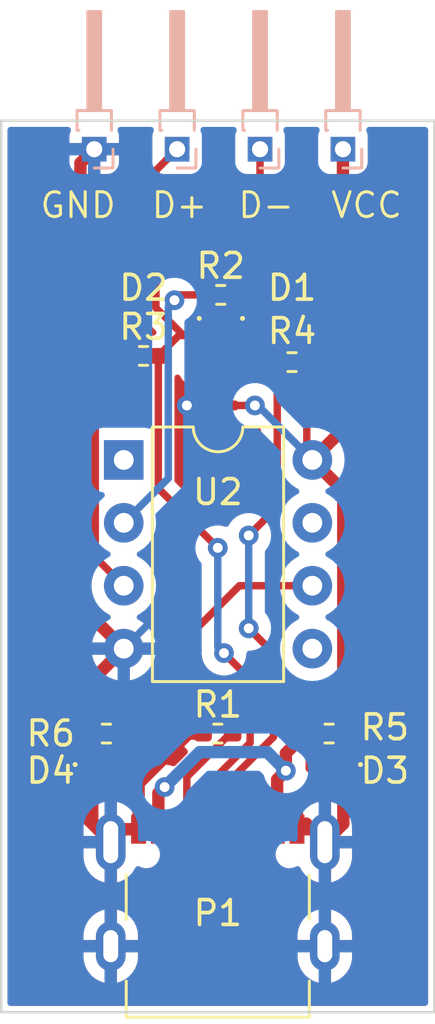
<source format=kicad_pcb>
(kicad_pcb (version 20221018) (generator pcbnew)
  (layers (0 "F.Cu" signal) (31 "B.Cu" signal) (34 "B.Paste" user) (35 "F.Paste" user) (36 "B.SilkS" user "B.Silkscreen") (37 "F.SilkS" user "F.Silkscreen") (38 "B.Mask" user) (39 "F.Mask" user) (44 "Edge.Cuts" user))
  (net 0 "")
  (net 1 "VBUS")
  (net 2 "GND")
  (net 3 "/PIN2")
  (net 4 "/PIN3")
  (net 5 "Net-(D3-A)")
  (net 6 "Net-(D4-A)")
  (net 7 "Net-(P1-CC)")
  (net 8 "Net-(U2-XTAL1{slash}PB3)")
  (net 9 "Net-(U2-XTAL2{slash}PB4)")
  (net 10 "/PIN6")
  (footprint "Resistor_SMD:R_0402_1005Metric_Pad0.72x0.64mm_HandSolder" (layer "F.Cu") (at 134 93.5)
    (fp_text reference "R6" (at -2.25 0) (layer "F.SilkS"))
    (fp_text value "330")
    (fp_line (start -0.167621 -0.38) (end 0.167621 -0.38) (stroke (width 0.12)) (layer "F.SilkS"))
    (fp_line (start -0.167621 0.38) (end 0.167621 0.38) (stroke (width 0.12)) (layer "F.SilkS"))
    (pad "1" smd roundrect (at -0.5975 0) (size 0.715 0.64) (layers "F.Cu" "F.Paste" "F.Mask") (net 10 "/PIN6"))
    (pad "2" smd roundrect (at 0.5975 0) (size 0.715 0.64) (layers "F.Cu" "F.Paste" "F.Mask") (net 6 "Net-(D4-A)"))
  )
  (footprint "Capacitor_SMD:C_0201_0603Metric_Pad0.64x0.40mm_HandSolder" (layer "F.Cu") (at 138.5925 80.25 180)
    (fp_text reference "C1" hide)
    (fp_text value "100n")
    (pad "1" smd roundrect (at -0.4075 0 180) (size 0.635 0.4) (layers "F.Cu" "F.Mask") (net 1 "VBUS"))
    (pad "2" smd roundrect (at 0.4075 0 180) (size 0.635 0.4) (layers "F.Cu" "F.Mask") (net 2 "GND"))
  )
  (footprint "Resistor_SMD:R_0402_1005Metric_Pad0.72x0.64mm_HandSolder" (layer "F.Cu") (at 138.619306 75.785149)
    (fp_text reference "R2" (at 0 -1.17) (layer "F.SilkS"))
    (fp_text value "68")
    (fp_line (start -0.167621 -0.38) (end 0.167621 -0.38) (stroke (width 0.12)) (layer "F.SilkS"))
    (fp_line (start -0.167621 0.38) (end 0.167621 0.38) (stroke (width 0.12)) (layer "F.SilkS"))
    (pad "1" smd roundrect (at -0.5975 0) (size 0.715 0.64) (layers "F.Cu" "F.Paste" "F.Mask") (net 8 "Net-(U2-XTAL1{slash}PB3)"))
    (pad "2" smd roundrect (at 0.5975 0) (size 0.715 0.64) (layers "F.Cu" "F.Paste" "F.Mask") (net 3 "/PIN2"))
  )
  (footprint "Resistor_SMD:R_0402_1005Metric_Pad0.72x0.64mm_HandSolder" (layer "F.Cu") (at 135.5 78.25)
    (fp_text reference "R3" (at 0 -1.17) (layer "F.SilkS"))
    (fp_text value "68")
    (fp_line (start -0.167621 -0.38) (end 0.167621 -0.38) (stroke (width 0.12)) (layer "F.SilkS"))
    (fp_line (start -0.167621 0.38) (end 0.167621 0.38) (stroke (width 0.12)) (layer "F.SilkS"))
    (pad "1" smd roundrect (at -0.5975 0) (size 0.715 0.64) (layers "F.Cu" "F.Paste" "F.Mask") (net 9 "Net-(U2-XTAL2{slash}PB4)"))
    (pad "2" smd roundrect (at 0.5975 0) (size 0.715 0.64) (layers "F.Cu" "F.Paste" "F.Mask") (net 4 "/PIN3"))
  )
  (footprint "Library:TYPE-C 16PIN 2MD(073)" (layer "F.Cu") (at 138.5 99.875)
    (fp_text reference "P1" (at 0 0.875) (layer "F.SilkS"))
    (fp_text value "USB_C_Plug_USB2.0")
    (fp_line (start -3.7 -0.67) (end -3.7 1.13) (stroke (width 0.12)) (layer "F.SilkS"))
    (fp_line (start -3.7 5.08) (end -3.7 3.62) (stroke (width 0.12)) (layer "F.SilkS"))
    (fp_line (start 3.7 -0.67) (end 3.7 1.13) (stroke (width 0.12)) (layer "F.SilkS"))
    (fp_line (start 3.7 5.08) (end -3.7 5.08) (stroke (width 0.12)) (layer "F.SilkS"))
    (fp_line (start 3.7 5.08) (end 3.7 3.62) (stroke (width 0.12)) (layer "F.SilkS"))
    (pad "" np_thru_hole circle (at -2.89 -1.49 180) (size 0.6 0.6) (drill 0.6) (layers "F&B.Cu" "*.Mask"))
    (pad "" np_thru_hole circle (at 2.89 -1.49 180) (size 0.6 0.6) (drill 0.6) (layers "F&B.Cu" "*.Mask"))
    (pad "A1" smd rect (at -3.2 -2.51) (size 0.6 1.16) (layers "F.Cu" "F.Paste" "F.Mask") (net 2 "GND"))
    (pad "A4" smd rect (at -2.4 -2.51) (size 0.6 1.16) (layers "F.Cu" "F.Paste" "F.Mask") (net 1 "VBUS"))
    (pad "A5" smd rect (at -1.25 -2.51 180) (size 0.3 1.16) (layers "F.Cu" "F.Paste" "F.Mask") (net 7 "Net-(P1-CC)"))
    (pad "A6" smd rect (at -0.25 -2.51 180) (size 0.3 1.16) (layers "F.Cu" "F.Paste" "F.Mask") (net 4 "/PIN3"))
    (pad "A7" smd rect (at 0.25 -2.51 180) (size 0.3 1.16) (layers "F.Cu" "F.Paste" "F.Mask") (net 3 "/PIN2"))
    (pad "A8" smd rect (at 1.25 -2.51 180) (size 0.3 1.16) (layers "F.Cu" "F.Paste" "F.Mask"))
    (pad "A9" smd rect (at 2.4 -2.51) (size 0.6 1.16) (layers "F.Cu" "F.Paste" "F.Mask") (net 1 "VBUS"))
    (pad "A12" smd rect (at 3.2 -2.51) (size 0.6 1.16) (layers "F.Cu" "F.Paste" "F.Mask") (net 2 "GND"))
    (pad "B1" smd rect (at 3.2 -2.51) (size 0.6 1.16) (layers "F.Cu" "F.Paste" "F.Mask") (net 2 "GND"))
    (pad "B4" smd rect (at 2.4 -2.51) (size 0.6 1.16) (layers "F.Cu" "F.Paste" "F.Mask") (net 1 "VBUS"))
    (pad "B5" smd rect (at 1.75 -2.51 180) (size 0.3 1.16) (layers "F.Cu" "F.Paste" "F.Mask"))
    (pad "B6" smd rect (at 0.75 -2.51 180) (size 0.3 1.16) (layers "F.Cu" "F.Paste" "F.Mask"))
    (pad "B7" smd rect (at -0.75 -2.51 180) (size 0.3 1.16) (layers "F.Cu" "F.Paste" "F.Mask"))
    (pad "B8" smd rect (at -1.75 -2.51 180) (size 0.3 1.16) (layers "F.Cu" "F.Paste" "F.Mask"))
    (pad "B9" smd rect (at -2.4 -2.51) (size 0.6 1.16) (layers "F.Cu" "F.Paste" "F.Mask") (net 1 "VBUS"))
    (pad "B12" smd rect (at -3.2 -2.51) (size 0.6 1.16) (layers "F.Cu" "F.Paste" "F.Mask") (net 2 "GND"))
    (pad "S1" thru_hole oval (at -4.325 -1.99 90) (size 2.3 1.2) (drill oval 1.7 0.6) (layers "*.Cu" "*.Mask") (net 2 "GND"))
    (pad "S1" thru_hole oval (at -4.325 2.21 90) (size 2 1.2) (drill oval 1.3 0.6) (layers "*.Cu" "*.Mask") (net 2 "GND"))
    (pad "S1" thru_hole oval (at 4.325 -1.99 90) (size 2.3 1.2) (drill oval 1.7 0.6) (layers "*.Cu" "*.Mask") (net 2 "GND"))
    (pad "S1" thru_hole oval (at 4.325 2.21 90) (size 2 1.2) (drill oval 1.3 0.6) (layers "*.Cu" "*.Mask") (net 2 "GND"))
  )
  (footprint "Diode_SMD:D_0402_1005Metric_Pad0.77x0.64mm_HandSolder" (layer "F.Cu") (at 137.75 78 -90)
    (fp_text reference "D2" (at -2.5 2.25 -180) (layer "F.SilkS"))
    (fp_text value "3V3")
    (fp_circle (center -1.265 0) (end -1.215 0) (stroke (width 0.1)) (fill none) (layer "F.SilkS"))
    (pad "1" smd roundrect (at -0.5725 0 270) (size 0.765 0.64) (layers "F.Cu" "F.Paste" "F.Mask") (net 4 "/PIN3"))
    (pad "2" smd roundrect (at 0.5725 0 270) (size 0.765 0.64) (layers "F.Cu" "F.Paste" "F.Mask") (net 2 "GND"))
  )
  (footprint "Resistor_SMD:R_0402_1005Metric_Pad0.72x0.64mm_HandSolder" (layer "F.Cu") (at 141.5 78.5 180)
    (fp_text reference "R4" (at 0 1.25) (layer "F.SilkS"))
    (fp_text value "1.5k")
    (fp_line (start -0.167621 -0.38) (end 0.167621 -0.38) (stroke (width 0.12)) (layer "F.SilkS"))
    (fp_line (start -0.167621 0.38) (end 0.167621 0.38) (stroke (width 0.12)) (layer "F.SilkS"))
    (pad "1" smd roundrect (at -0.5975 0 180) (size 0.715 0.64) (layers "F.Cu" "F.Paste" "F.Mask") (net 1 "VBUS"))
    (pad "2" smd roundrect (at 0.5975 0 180) (size 0.715 0.64) (layers "F.Cu" "F.Paste" "F.Mask") (net 3 "/PIN2"))
  )
  (footprint "Resistor_SMD:R_0402_1005Metric_Pad0.72x0.64mm_HandSolder" (layer "F.Cu") (at 143 93.5)
    (fp_text reference "R5" (at 2.25 -0.25) (layer "F.SilkS"))
    (fp_text value "330")
    (fp_line (start -0.167621 -0.38) (end 0.167621 -0.38) (stroke (width 0.12)) (layer "F.SilkS"))
    (fp_line (start -0.167621 0.38) (end 0.167621 0.38) (stroke (width 0.12)) (layer "F.SilkS"))
    (pad "1" smd roundrect (at -0.5975 0) (size 0.715 0.64) (layers "F.Cu" "F.Paste" "F.Mask") (net 1 "VBUS"))
    (pad "2" smd roundrect (at 0.5975 0) (size 0.715 0.64) (layers "F.Cu" "F.Paste" "F.Mask") (net 5 "Net-(D3-A)"))
  )
  (footprint "Diode_SMD:D_0402_1005Metric_Pad0.77x0.64mm_HandSolder" (layer "F.Cu") (at 139.5 78 -90)
    (fp_text reference "D1" (at -2.5 -2 -180) (layer "F.SilkS"))
    (fp_text value "3V3")
    (fp_circle (center -1.265 0) (end -1.215 0) (stroke (width 0.1)) (fill none) (layer "F.SilkS"))
    (pad "1" smd roundrect (at -0.5725 0 270) (size 0.765 0.64) (layers "F.Cu" "F.Paste" "F.Mask") (net 3 "/PIN2"))
    (pad "2" smd roundrect (at 0.5725 0 270) (size 0.765 0.64) (layers "F.Cu" "F.Paste" "F.Mask") (net 2 "GND"))
  )
  (footprint "LED_SMD:LED_0402_1005Metric_Pad0.77x0.64mm_HandSolder" (layer "F.Cu") (at 134 94.75)
    (fp_text reference "D4" (at -2.25 0.25) (layer "F.SilkS"))
    (fp_text value "LED")
    (fp_circle (center -1.265 0) (end -1.215 0) (stroke (width 0.1)) (fill none) (layer "F.SilkS"))
    (pad "1" smd roundrect (at -0.5725 0) (size 0.765 0.64) (layers "F.Cu" "F.Paste" "F.Mask") (net 2 "GND"))
    (pad "2" smd roundrect (at 0.5725 0) (size 0.765 0.64) (layers "F.Cu" "F.Paste" "F.Mask") (net 6 "Net-(D4-A)"))
  )
  (footprint "Package_DIP:DIP-8_W7.62mm" (layer "F.Cu") (at 134.7 82.45)
    (fp_text reference "U2" (at 3.8 1.3) (layer "F.SilkS"))
    (fp_text value "ATtiny85-20P")
    (fp_line (start 1.16 -1.33) (end 1.16 8.95) (stroke (width 0.12)) (layer "F.SilkS"))
    (fp_line (start 1.16 8.95) (end 6.46 8.95) (stroke (width 0.12)) (layer "F.SilkS"))
    (fp_line (start 2.81 -1.33) (end 1.16 -1.33) (stroke (width 0.12)) (layer "F.SilkS"))
    (fp_line (start 6.46 -1.33) (end 4.81 -1.33) (stroke (width 0.12)) (layer "F.SilkS"))
    (fp_line (start 6.46 8.95) (end 6.46 -1.33) (stroke (width 0.12)) (layer "F.SilkS"))
    (fp_arc (start 4.81 -1.33) (mid 3.81 -0.33) (end 2.81 -1.33) (stroke (width 0.12)) (layer "F.SilkS"))
    (pad "1" thru_hole rect (at 0 0) (size 1.6 1.6) (drill 0.8) (layers "*.Cu" "*.Mask"))
    (pad "2" thru_hole oval (at 0 2.54) (size 1.6 1.6) (drill 0.8) (layers "*.Cu" "*.Mask") (net 8 "Net-(U2-XTAL1{slash}PB3)"))
    (pad "3" thru_hole oval (at 0 5.08) (size 1.6 1.6) (drill 0.8) (layers "*.Cu" "*.Mask") (net 9 "Net-(U2-XTAL2{slash}PB4)"))
    (pad "4" thru_hole oval (at 0 7.62) (size 1.6 1.6) (drill 0.8) (layers "*.Cu" "*.Mask") (net 2 "GND"))
    (pad "5" thru_hole oval (at 7.62 7.62) (size 1.6 1.6) (drill 0.8) (layers "*.Cu" "*.Mask"))
    (pad "6" thru_hole oval (at 7.62 5.08) (size 1.6 1.6) (drill 0.8) (layers "*.Cu" "*.Mask") (net 10 "/PIN6"))
    (pad "7" thru_hole oval (at 7.62 2.54) (size 1.6 1.6) (drill 0.8) (layers "*.Cu" "*.Mask"))
    (pad "8" thru_hole oval (at 7.62 0) (size 1.6 1.6) (drill 0.8) (layers "*.Cu" "*.Mask") (net 1 "VBUS"))
  )
  (footprint "LED_SMD:LED_0402_1005Metric_Pad0.77x0.64mm_HandSolder" (layer "F.Cu") (at 143 94.75 180)
    (fp_text reference "D3" (at -2.25 -0.25) (layer "F.SilkS"))
    (fp_text value "LED")
    (fp_circle (center -1.265 0) (end -1.215 0) (stroke (width 0.1)) (fill none) (layer "F.SilkS"))
    (pad "1" smd roundrect (at -0.5725 0 180) (size 0.765 0.64) (layers "F.Cu" "F.Paste" "F.Mask") (net 2 "GND"))
    (pad "2" smd roundrect (at 0.5725 0 180) (size 0.765 0.64) (layers "F.Cu" "F.Paste" "F.Mask") (net 5 "Net-(D3-A)"))
  )
  (footprint "Resistor_SMD:R_0402_1005Metric_Pad0.72x0.64mm_HandSolder" (layer "F.Cu") (at 138.5 93.5)
    (fp_text reference "R1" (at 0 -1.17) (layer "F.SilkS"))
    (fp_text value "4.7k")
    (fp_line (start -0.167621 -0.38) (end 0.167621 -0.38) (stroke (width 0.12)) (layer "F.SilkS"))
    (fp_line (start -0.167621 0.38) (end 0.167621 0.38) (stroke (width 0.12)) (layer "F.SilkS"))
    (pad "1" smd roundrect (at -0.5975 0) (size 0.715 0.64) (layers "F.Cu" "F.Paste" "F.Mask") (net 2 "GND"))
    (pad "2" smd roundrect (at 0.5975 0) (size 0.715 0.64) (layers "F.Cu" "F.Paste" "F.Mask") (net 7 "Net-(P1-CC)"))
  )
  (footprint "Connector_PinHeader_1.27mm:PinHeader_1x01_P1.27mm_Horizontal" (layer "B.Cu") (at 133.507343 69.902442 90)
    (fp_text reference "H4" hide)
    (fp_text value "GND")
    (fp_line (start -0.76 0) (end -0.76 0.76) (stroke (width 0.12)) (layer "B.SilkS"))
    (fp_line (start -0.76 0.76) (end 0 0.76) (stroke (width 0.12)) (layer "B.SilkS"))
    (fp_line (start 0.76 -0.695) (end 0.76 -0.619677) (stroke (width 0.12)) (layer "B.SilkS"))
    (fp_line (start 0.76 0.695) (end 1.56 0.695) (stroke (width 0.12)) (layer "B.SilkS"))
    (fp_line (start 1.56 -0.695) (end 0.76 -0.695) (stroke (width 0.12)) (layer "B.SilkS"))
    (fp_line (start 1.56 -0.16) (end 5.56 -0.16) (stroke (width 0.12)) (layer "B.SilkS"))
    (fp_line (start 1.56 -0.04) (end 5.56 -0.04) (stroke (width 0.12)) (layer "B.SilkS"))
    (fp_line (start 1.56 0.08) (end 5.56 0.08) (stroke (width 0.12)) (layer "B.SilkS"))
    (fp_line (start 1.56 0.2) (end 5.56 0.2) (stroke (width 0.12)) (layer "B.SilkS"))
    (fp_line (start 1.56 0.26) (end 5.56 0.26) (stroke (width 0.12)) (layer "B.SilkS"))
    (fp_line (start 1.56 0.695) (end 1.56 -0.695) (stroke (width 0.12)) (layer "B.SilkS"))
    (fp_line (start 5.56 -0.26) (end 1.56 -0.26) (stroke (width 0.12)) (layer "B.SilkS"))
    (fp_line (start 5.56 0.26) (end 5.56 -0.26) (stroke (width 0.12)) (layer "B.SilkS"))
    (pad "1" thru_hole rect (at 0 0 90) (size 1 1) (drill 0.65) (layers "*.Cu" "*.Mask") (net 2 "GND"))
  )
  (footprint "Connector_PinHeader_1.27mm:PinHeader_1x01_P1.27mm_Horizontal" (layer "B.Cu") (at 140.207343 69.902442 90)
    (fp_text reference "H2" hide)
    (fp_text value "D-")
    (fp_line (start -0.76 0) (end -0.76 0.76) (stroke (width 0.12)) (layer "B.SilkS"))
    (fp_line (start -0.76 0.76) (end 0 0.76) (stroke (width 0.12)) (layer "B.SilkS"))
    (fp_line (start 0.76 -0.695) (end 0.76 -0.619677) (stroke (width 0.12)) (layer "B.SilkS"))
    (fp_line (start 0.76 0.695) (end 1.56 0.695) (stroke (width 0.12)) (layer "B.SilkS"))
    (fp_line (start 1.56 -0.695) (end 0.76 -0.695) (stroke (width 0.12)) (layer "B.SilkS"))
    (fp_line (start 1.56 -0.16) (end 5.56 -0.16) (stroke (width 0.12)) (layer "B.SilkS"))
    (fp_line (start 1.56 -0.04) (end 5.56 -0.04) (stroke (width 0.12)) (layer "B.SilkS"))
    (fp_line (start 1.56 0.08) (end 5.56 0.08) (stroke (width 0.12)) (layer "B.SilkS"))
    (fp_line (start 1.56 0.2) (end 5.56 0.2) (stroke (width 0.12)) (layer "B.SilkS"))
    (fp_line (start 1.56 0.26) (end 5.56 0.26) (stroke (width 0.12)) (layer "B.SilkS"))
    (fp_line (start 1.56 0.695) (end 1.56 -0.695) (stroke (width 0.12)) (layer "B.SilkS"))
    (fp_line (start 5.56 -0.26) (end 1.56 -0.26) (stroke (width 0.12)) (layer "B.SilkS"))
    (fp_line (start 5.56 0.26) (end 5.56 -0.26) (stroke (width 0.12)) (layer "B.SilkS"))
    (pad "1" thru_hole rect (at 0 0 90) (size 1 1) (drill 0.65) (layers "*.Cu" "*.Mask") (net 3 "/PIN2"))
  )
  (footprint "Connector_PinHeader_1.27mm:PinHeader_1x01_P1.27mm_Horizontal" (layer "B.Cu") (at 136.857343 69.902442 90)
    (fp_text reference "H3" hide)
    (fp_text value "D+")
    (fp_line (start -0.76 0) (end -0.76 0.76) (stroke (width 0.12)) (layer "B.SilkS"))
    (fp_line (start -0.76 0.76) (end 0 0.76) (stroke (width 0.12)) (layer "B.SilkS"))
    (fp_line (start 0.76 -0.695) (end 0.76 -0.619677) (stroke (width 0.12)) (layer "B.SilkS"))
    (fp_line (start 0.76 0.695) (end 1.56 0.695) (stroke (width 0.12)) (layer "B.SilkS"))
    (fp_line (start 1.56 -0.695) (end 0.76 -0.695) (stroke (width 0.12)) (layer "B.SilkS"))
    (fp_line (start 1.56 -0.16) (end 5.56 -0.16) (stroke (width 0.12)) (layer "B.SilkS"))
    (fp_line (start 1.56 -0.04) (end 5.56 -0.04) (stroke (width 0.12)) (layer "B.SilkS"))
    (fp_line (start 1.56 0.08) (end 5.56 0.08) (stroke (width 0.12)) (layer "B.SilkS"))
    (fp_line (start 1.56 0.2) (end 5.56 0.2) (stroke (width 0.12)) (layer "B.SilkS"))
    (fp_line (start 1.56 0.26) (end 5.56 0.26) (stroke (width 0.12)) (layer "B.SilkS"))
    (fp_line (start 1.56 0.695) (end 1.56 -0.695) (stroke (width 0.12)) (layer "B.SilkS"))
    (fp_line (start 5.56 -0.26) (end 1.56 -0.26) (stroke (width 0.12)) (layer "B.SilkS"))
    (fp_line (start 5.56 0.26) (end 5.56 -0.26) (stroke (width 0.12)) (layer "B.SilkS"))
    (pad "1" thru_hole rect (at 0 0 90) (size 1 1) (drill 0.65) (layers "*.Cu" "*.Mask") (net 4 "/PIN3"))
  )
  (footprint "Connector_PinHeader_1.27mm:PinHeader_1x01_P1.27mm_Horizontal" (layer "B.Cu") (at 143.557343 69.902442 90)
    (fp_text reference "H1" hide)
    (fp_text value "VBUS")
    (fp_line (start -0.76 0) (end -0.76 0.76) (stroke (width 0.12)) (layer "B.SilkS"))
    (fp_line (start -0.76 0.76) (end 0 0.76) (stroke (width 0.12)) (layer "B.SilkS"))
    (fp_line (start 0.76 -0.695) (end 0.76 -0.619677) (stroke (width 0.12)) (layer "B.SilkS"))
    (fp_line (start 0.76 0.695) (end 1.56 0.695) (stroke (width 0.12)) (layer "B.SilkS"))
    (fp_line (start 1.56 -0.695) (end 0.76 -0.695) (stroke (width 0.12)) (layer "B.SilkS"))
    (fp_line (start 1.56 -0.16) (end 5.56 -0.16) (stroke (width 0.12)) (layer "B.SilkS"))
    (fp_line (start 1.56 -0.04) (end 5.56 -0.04) (stroke (width 0.12)) (layer "B.SilkS"))
    (fp_line (start 1.56 0.08) (end 5.56 0.08) (stroke (width 0.12)) (layer "B.SilkS"))
    (fp_line (start 1.56 0.2) (end 5.56 0.2) (stroke (width 0.12)) (layer "B.SilkS"))
    (fp_line (start 1.56 0.26) (end 5.56 0.26) (stroke (width 0.12)) (layer "B.SilkS"))
    (fp_line (start 1.56 0.695) (end 1.56 -0.695) (stroke (width 0.12)) (layer "B.SilkS"))
    (fp_line (start 5.56 -0.26) (end 1.56 -0.26) (stroke (width 0.12)) (layer "B.SilkS"))
    (fp_line (start 5.56 0.26) (end 5.56 -0.26) (stroke (width 0.12)) (layer "B.SilkS"))
    (pad "1" thru_hole rect (at 0 0 90) (size 1 1) (drill 0.65) (layers "*.Cu" "*.Mask") (net 1 "VBUS"))
  )
  (gr_rect (start 129.75 68.75) (end 147.25 104.75) (stroke (width 0.1)) (fill none) (layer "Edge.Cuts"))
  (gr_text "VCC" (at 143 72.75) (layer "F.SilkS") (effects (font (size 1 1) (thickness 0.125)) (justify left bottom)))
  (gr_text "D-\n" (at 139.25 72.75) (layer "F.SilkS") (effects (font (size 1 1) (thickness 0.125)) (justify left bottom)))
  (gr_text "GND\n" (at 131.25 72.75) (layer "F.SilkS") (effects (font (size 1 1) (thickness 0.125)) (justify left bottom)))
  (gr_text "D+" (at 135.75 72.75) (layer "F.SilkS") (effects (font (size 1 1) (thickness 0.125)) (justify left bottom)))
  (segment (start 136.339458 95.660542) (end 136.352661 95.660542) (width 0.5) (layer "F.Cu") (net 1))
  (segment (start 141.25 94.295001) (end 142.045001 93.5) (width 0.5) (layer "F.Cu") (net 1))
  (segment (start 143.557343 69.902442) (end 143.557343 81.212657) (width 0.5) (layer "F.Cu") (net 1))
  (segment (start 136.352661 95.660542) (end 136.352661 95.647339) (width 0.5) (layer "F.Cu") (net 1))
  (segment (start 136.352661 95.647339) (end 136.25 95.75) (width 0.5) (layer "F.Cu") (net 1))
  (segment (start 140.9 95.35) (end 140.9 97.365) (width 0.5) (layer "F.Cu") (net 1))
  (segment (start 143.57 91.975001) (end 142.4025 93.142501) (width 0.5) (layer "F.Cu") (net 1))
  (segment (start 141.25 95) (end 141.25 94.295001) (width 0.5) (layer "F.Cu") (net 1))
  (segment (start 139 80.25) (end 140 80.25) (width 0.3) (layer "F.Cu") (net 1))
  (segment (start 136.1 97.365) (end 136.1 95.9) (width 0.5) (layer "F.Cu") (net 1))
  (segment (start 141.25 95) (end 140.9 95.35) (width 0.5) (layer "F.Cu") (net 1))
  (segment (start 136.1 95.9) (end 136.339458 95.660542) (width 0.5) (layer "F.Cu") (net 1))
  (segment (start 142.4025 93.142501) (end 142.4025 93.5) (width 0.5) (layer "F.Cu") (net 1))
  (segment (start 142.045001 93.5) (end 142.4025 93.5) (width 0.5) (layer "F.Cu") (net 1))
  (segment (start 142.32 82.45) (end 143.57 83.7) (width 0.5) (layer "F.Cu") (net 1))
  (segment (start 143.557343 81.212657) (end 142.32 82.45) (width 0.5) (layer "F.Cu") (net 1))
  (segment (start 142.0975 78.5) (end 142.0975 82.2275) (width 0.3) (layer "F.Cu") (net 1))
  (segment (start 143.57 83.7) (end 143.57 91.975001) (width 0.5) (layer "F.Cu") (net 1))
  (segment (start 142.0975 82.2275) (end 142.32 82.45) (width 0.3) (layer "F.Cu") (net 1))
  (via (at 136.352661 95.660542) (size 0.8) (drill 0.4) (layers "F.Cu" "B.Cu") (net 1))
  (via (at 140 80.25) (size 0.8) (drill 0.4) (layers "F.Cu" "B.Cu") (net 1))
  (via (at 141.25 95) (size 0.8) (drill 0.4) (layers "F.Cu" "B.Cu") (net 1))
  (segment (start 141.25 95) (end 140.5 94.25) (width 0.5) (layer "B.Cu") (net 1))
  (segment (start 140.12 80.25) (end 140 80.25) (width 0.3) (layer "B.Cu") (net 1))
  (segment (start 140.5 94.25) (end 137.763203 94.25) (width 0.5) (layer "B.Cu") (net 1))
  (segment (start 142.32 82.45) (end 140.12 80.25) (width 0.3) (layer "B.Cu") (net 1))
  (segment (start 137.763203 94.25) (end 136.352661 95.660542) (width 0.5) (layer "B.Cu") (net 1))
  (segment (start 132.95 70.459785) (end 132.95 88.32) (width 0.5) (layer "F.Cu") (net 2))
  (segment (start 134.695 97.365) (end 134.175 97.885) (width 0.5) (layer "F.Cu") (net 2))
  (segment (start 132.595 92.175) (end 134.7 90.07) (width 0.5) (layer "F.Cu") (net 2))
  (segment (start 143.5725 97.1375) (end 142.825 97.885) (width 0.5) (layer "F.Cu") (net 2))
  (segment (start 133.4275 94.75) (end 133.4275 97.1375) (width 0.5) (layer "F.Cu") (net 2))
  (segment (start 138.185 80.25) (end 137.75 79.815) (width 0.3) (layer "F.Cu") (net 2))
  (segment (start 134.175 97.885) (end 132.595 96.305) (width 0.5) (layer "F.Cu") (net 2))
  (segment (start 135.3 97.365) (end 135.3 95.511121) (width 0.5) (layer "F.Cu") (net 2))
  (segment (start 141.7 97.365) (end 142.305 97.365) (width 0.5) (layer "F.Cu") (net 2))
  (segment (start 142.825 97.885) (end 142.825 102.085) (width 0.5) (layer "F.Cu") (net 2))
  (segment (start 142.305 97.365) (end 142.825 97.885) (width 0.5) (layer "F.Cu") (net 2))
  (segment (start 133.507343 69.902442) (end 132.95 70.459785) (width 0.5) (layer "F.Cu") (net 2))
  (segment (start 132.95 88.32) (end 134.7 90.07) (width 0.5) (layer "F.Cu") (net 2))
  (segment (start 137.311121 93.5) (end 137.9025 93.5) (width 0.5) (layer "F.Cu") (net 2))
  (segment (start 137.75 78.5725) (end 139.5 78.5725) (width 0.3) (layer "F.Cu") (net 2))
  (segment (start 137.75 79.815) (end 137.75 78.5725) (width 0.3) (layer "F.Cu") (net 2))
  (segment (start 135.3 97.365) (end 134.695 97.365) (width 0.5) (layer "F.Cu") (net 2))
  (segment (start 142.825 102.085) (end 134.175 102.085) (width 0.5) (layer "F.Cu") (net 2))
  (segment (start 135.3 95.511121) (end 137.311121 93.5) (width 0.5) (layer "F.Cu") (net 2))
  (segment (start 142.0725 97.1325) (end 142.825 97.885) (width 0.5) (layer "F.Cu") (net 2))
  (segment (start 134.175 97.885) (end 134.175 102.085) (width 0.5) (layer "F.Cu") (net 2))
  (segment (start 133.4275 97.1375) (end 134.175 97.885) (width 0.5) (layer "F.Cu") (net 2))
  (segment (start 132.595 96.305) (end 132.595 92.175) (width 0.5) (layer "F.Cu") (net 2))
  (segment (start 138.185 80.25) (end 137.25 80.25) (width 0.3) (layer "F.Cu") (net 2))
  (segment (start 143.5725 94.75) (end 143.5725 97.1375) (width 0.5) (layer "F.Cu") (net 2))
  (via (at 137.25 80.25) (size 0.8) (drill 0.4) (layers "F.Cu" "B.Cu") (net 2))
  (segment (start 137.25 80.25) (end 137.25 87.52) (width 0.3) (layer "B.Cu") (net 2))
  (segment (start 137.25 87.52) (end 134.7 90.07) (width 0.3) (layer "B.Cu") (net 2))
  (segment (start 140.207343 74.794612) (end 139.216806 75.785149) (width 0.3) (layer "F.Cu") (net 3))
  (segment (start 139.5 77.4275) (end 139.5 76.068343) (width 0.3) (layer "F.Cu") (net 3))
  (segment (start 140.9025 84.3475) (end 139.75 85.5) (width 0.3) (layer "F.Cu") (net 3))
  (segment (start 140.9025 78.5) (end 140.9025 84.3475) (width 0.3) (layer "F.Cu") (net 3))
  (segment (start 138.75 97.365) (end 138.75 95.63779) (width 0.3) (layer "F.Cu") (net 3))
  (segment (start 139.5 77.4275) (end 139.83 77.4275) (width 0.3) (layer "F.Cu") (net 3))
  (segment (start 140.75 93.63779) (end 140.75 90.25) (width 0.3) (layer "F.Cu") (net 3))
  (segment (start 138.75 95.63779) (end 140.75 93.63779) (width 0.3) (layer "F.Cu") (net 3))
  (segment (start 140.75 90.25) (end 139.75 89.25) (width 0.3) (layer "F.Cu") (net 3))
  (segment (start 139.83 77.4275) (end 140.9025 78.5) (width 0.3) (layer "F.Cu") (net 3))
  (segment (start 139.5 76.068343) (end 139.216806 75.785149) (width 0.3) (layer "F.Cu") (net 3))
  (segment (start 140.207343 69.902442) (end 140.207343 74.794612) (width 0.3) (layer "F.Cu") (net 3))
  (via (at 139.75 85.5) (size 0.8) (drill 0.4) (layers "F.Cu" "B.Cu") (net 3))
  (via (at 139.75 89.25) (size 0.8) (drill 0.4) (layers "F.Cu" "B.Cu") (net 3))
  (segment (start 139.75 89.25) (end 139.75 85.5) (width 0.3) (layer "B.Cu") (net 3))
  (segment (start 136 70.759785) (end 136 76.310661) (width 0.3) (layer "F.Cu") (net 4))
  (segment (start 139.805 93.875684) (end 139.805 91.305) (width 0.3) (layer "F.Cu") (net 4))
  (segment (start 139.805 91.305) (end 138.75 90.25) (width 0.3) (layer "F.Cu") (net 4))
  (segment (start 136.857343 69.902442) (end 136 70.759785) (width 0.3) (layer "F.Cu") (net 4))
  (segment (start 138.25 95.430684) (end 139.805 93.875684) (width 0.3) (layer "F.Cu") (net 4))
  (segment (start 136 76.310661) (end 137.116839 77.4275) (width 0.3) (layer "F.Cu") (net 4))
  (segment (start 137.75 77.4275) (end 136.92 77.4275) (width 0.3) (layer "F.Cu") (net 4))
  (segment (start 138.25 97.365) (end 138.25 95.430684) (width 0.3) (layer "F.Cu") (net 4))
  (segment (start 138.5 86) (end 136.0975 83.5975) (width 0.3) (layer "F.Cu") (net 4))
  (segment (start 136.92 77.4275) (end 136.0975 78.25) (width 0.3) (layer "F.Cu") (net 4))
  (segment (start 137.116839 77.4275) (end 137.75 77.4275) (width 0.3) (layer "F.Cu") (net 4))
  (segment (start 136.0975 83.5975) (end 136.0975 78.25) (width 0.3) (layer "F.Cu") (net 4))
  (via (at 138.5 86) (size 0.8) (drill 0.4) (layers "F.Cu" "B.Cu") (net 4))
  (via (at 138.75 90.25) (size 0.8) (drill 0.4) (layers "F.Cu" "B.Cu") (net 4))
  (segment (start 138.5 86) (end 138.5 85.75) (width 0.3) (layer "B.Cu") (net 4))
  (segment (start 138.5 90) (end 138.5 86) (width 0.3) (layer "B.Cu") (net 4))
  (segment (start 138.75 90.25) (end 138.5 90) (width 0.3) (layer "B.Cu") (net 4))
  (segment (start 143.5975 93.5) (end 143.5975 93.58) (width 0.3) (layer "F.Cu") (net 5))
  (segment (start 143.5975 93.58) (end 142.4275 94.75) (width 0.3) (layer "F.Cu") (net 5))
  (segment (start 134.5725 94.75) (end 134.5725 93.525) (width 0.3) (layer "F.Cu") (net 6))
  (segment (start 134.5725 93.525) (end 134.5975 93.5) (width 0.3) (layer "F.Cu") (net 6))
  (segment (start 139 93.5) (end 139.0975 93.5) (width 0.3) (layer "F.Cu") (net 7))
  (segment (start 137.25 95.25) (end 139 93.5) (width 0.3) (layer "F.Cu") (net 7))
  (segment (start 137.25 97.365) (end 137.25 95.25) (width 0.3) (layer "F.Cu") (net 7))
  (segment (start 138.021806 75.785149) (end 136.964851 75.785149) (width 0.3) (layer "F.Cu") (net 8))
  (segment (start 136.964851 75.785149) (end 136.75 76) (width 0.3) (layer "F.Cu") (net 8))
  (via (at 136.75 76) (size 0.8) (drill 0.4) (layers "F.Cu" "B.Cu") (net 8))
  (segment (start 136.5 83.19) (end 136.5 76.25) (width 0.3) (layer "B.Cu") (net 8))
  (segment (start 134.7 84.99) (end 136.5 83.19) (width 0.3) (layer "B.Cu") (net 8))
  (segment (start 136.5 76.25) (end 136.75 76) (width 0.3) (layer "B.Cu") (net 8))
  (segment (start 133.55 86.38) (end 134.7 87.53) (width 0.3) (layer "F.Cu") (net 9))
  (segment (start 133.55 79.6025) (end 133.55 86.38) (width 0.3) (layer "F.Cu") (net 9))
  (segment (start 134.9025 78.25) (end 133.55 79.6025) (width 0.3) (layer "F.Cu") (net 9))
  (segment (start 133.4025 93.5) (end 139.3725 87.53) (width 0.3) (layer "F.Cu") (net 10))
  (segment (start 139.3725 87.53) (end 142.32 87.53) (width 0.3) (layer "F.Cu") (net 10))
  (zone (net 2) (net_name "GND") (layers "F&B.Cu") (connect_pads (clearance 0.5)) (min_thickness 0.25) (fill yes (thermal_gap 0.5) (thermal_bridge_width 0.5))
    (polygon (pts (xy 129.75 68.75) (xy 147.25 68.75) (xy 147.25 104.75) (xy 129.75 104.75)))
  )
)
</source>
